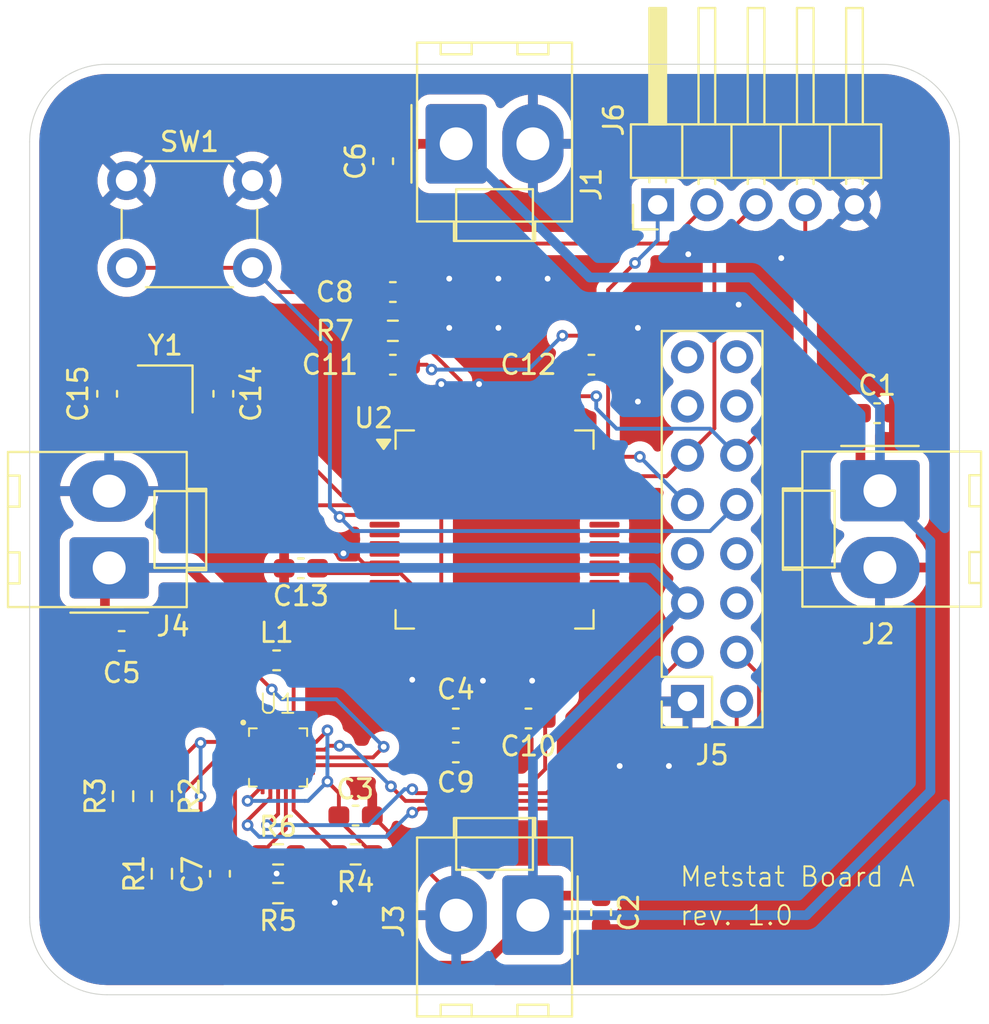
<source format=kicad_pcb>
(kicad_pcb (version 20241229) (generator "pcbnew") (generator_version "9.0")
  (title_block (title "Project METSTAT Main board") (date "2025-08-03") (rev "1.0") (company "MRtecno98"))
  (layers (0 "F.Cu" signal) (2 "B.Cu" signal) (13 "F.Paste" user) (15 "B.Paste" user) (5 "F.SilkS" user "F.Silkscreen") (7 "B.SilkS" user "B.Silkscreen") (1 "F.Mask" user) (3 "B.Mask" user) (25 "Edge.Cuts" user))
  (net 0 "")
  (net 1 "GND")
  (net 2 "SOL")
  (net 3 "/Power Supply/STORE")
  (net 4 "+3V3")
  (net 5 "Net-(U1-MPP_REF)")
  (net 6 "NRST")
  (net 7 "/MCU/OSC_IN")
  (net 8 "/MCU/OSC_OUT")
  (net 9 "Net-(U1-IN_LV)")
  (net 10 "Net-(U1-MPP)")
  (net 11 "Net-(U1-MPP_SET)")
  (net 12 "Net-(U1-UVP)")
  (net 13 "Net-(U1-EOC)")
  (net 14 "/MCU/BOOT0")
  (net 16 "~{BATT_CON}")
  (net 17 "BATT")
  (net 19 "~{BATT_CHG}")
  (net 34 "SWCLK")
  (net 41 "SWDIO")
  (footprint "Connector_Molex:Molex_KK-396_A-41791-0002_1x02_P3.96mm_Vertical" (layer "F.Cu") (at 151.98 119.895 180)
    (property "Reference" "J3" (at 7.18 -0.305 90) (layer "F.SilkS"))
    (property "Value" "Panel 3")
    (pad "1" thru_hole roundrect (at 0 0 180) (size 3.16 4.1) (drill 1.7) (layers "*.Cu" "*.Mask") (roundrect_rratio 0.079114) (net 2 "SOL"))
    (pad "2" thru_hole oval (at 3.96 0 180) (size 3.16 4.1) (drill 1.7) (layers "*.Cu" "*.Mask") (net 1 "GND"))
  )
  (footprint "Connector_Molex:Molex_KK-396_A-41791-0002_1x02_P3.96mm_Vertical" (layer "F.Cu") (at 148.02 80.105)
    (property "Reference" "J1" (at 6.98 2.095 90) (layer "F.SilkS"))
    (property "Value" "Panel 1")
    (pad "1" thru_hole roundrect (at 0 0) (size 3.16 4.1) (drill 1.7) (layers "*.Cu" "*.Mask") (roundrect_rratio 0.079114) (net 2 "SOL"))
    (pad "2" thru_hole oval (at 3.96 0) (size 3.16 4.1) (drill 1.7) (layers "*.Cu" "*.Mask") (net 1 "GND"))
  )
  (footprint "Capacitor_SMD:C_0603_1608Metric_Pad1.08x0.95mm_HandSolder" (layer "F.Cu") (at 151.75 109.75 180)
    (property "Reference" "C10" (at 0 -1.43 0) (layer "F.SilkS"))
    (property "Value" "100nF")
    (pad "1" smd roundrect (at -0.8625 0 180) (size 1.075 0.95) (layers "F.Cu" "F.Mask" "F.Paste") (net 4 "+3V3"))
    (pad "2" smd roundrect (at 0.8625 0 180) (size 1.075 0.95) (layers "F.Cu" "F.Mask" "F.Paste") (net 1 "GND"))
  )
  (footprint "Resistor_SMD:R_0603_1608Metric_Pad0.98x0.95mm_HandSolder" (layer "F.Cu") (at 142.825998 116.758233 180)
    (property "Reference" "R4" (at 0 -1.43 0) (layer "F.SilkS"))
    (property "Value" "R_US")
    (pad "1" smd roundrect (at -0.9125 0 180) (size 0.975 0.95) (layers "F.Cu" "F.Mask" "F.Paste") (net 3 "/Power Supply/STORE"))
    (pad "2" smd roundrect (at 0.9125 0 180) (size 0.975 0.95) (layers "F.Cu" "F.Mask" "F.Paste") (net 12 "Net-(U1-UVP)"))
  )
  (footprint "Capacitor_SMD:C_0603_1608Metric_Pad1.08x0.95mm_HandSolder" (layer "F.Cu") (at 130 93 90)
    (property "Reference" "C15" (at 0 -1.5 90) (layer "F.SilkS"))
    (property "Value" "0.1uF")
    (pad "1" smd roundrect (at -0.8625 0 90) (size 1.075 0.95) (layers "F.Cu" "F.Mask" "F.Paste") (net 8 "/MCU/OSC_OUT"))
    (pad "2" smd roundrect (at 0.8625 0 90) (size 1.075 0.95) (layers "F.Cu" "F.Mask" "F.Paste") (net 1 "GND"))
  )
  (footprint "Capacitor_SMD:C_0603_1608Metric_Pad1.08x0.95mm_HandSolder" (layer "F.Cu") (at 144.75 91.5 180)
    (property "Reference" "C11" (at 3.25 0 0) (layer "F.SilkS"))
    (property "Value" "100nF")
    (pad "1" smd roundrect (at -0.8625 0 180) (size 1.075 0.95) (layers "F.Cu" "F.Mask" "F.Paste") (net 4 "+3V3"))
    (pad "2" smd roundrect (at 0.8625 0 180) (size 1.075 0.95) (layers "F.Cu" "F.Mask" "F.Paste") (net 1 "GND"))
  )
  (footprint "Button_Switch_THT:SW_PUSH_6mm_H5mm" (layer "F.Cu") (at 131 82)
    (property "Reference" "SW1" (at 3.25 -2 0) (layer "F.SilkS"))
    (property "Value" "SW_Push")
    (pad "1" thru_hole circle (at 0 0 90) (size 2 2) (drill 1.1) (layers "*.Cu" "*.Mask") (net 1 "GND"))
    (pad "1" thru_hole circle (at 6.5 0 90) (size 2 2) (drill 1.1) (layers "*.Cu" "*.Mask") (net 1 "GND"))
    (pad "2" thru_hole circle (at 0 4.5 90) (size 2 2) (drill 1.1) (layers "*.Cu" "*.Mask") (net 6 "NRST"))
    (pad "2" thru_hole circle (at 6.5 4.5 90) (size 2 2) (drill 1.1) (layers "*.Cu" "*.Mask") (net 6 "NRST"))
  )
  (footprint "Resistor_SMD:R_0603_1608Metric_Pad0.98x0.95mm_HandSolder" (layer "F.Cu") (at 132.825998 117.758233 90)
    (property "Reference" "R1" (at 0 -1.43 90) (layer "F.SilkS"))
    (property "Value" "R_US")
    (pad "1" smd roundrect (at -0.9125 0 90) (size 0.975 0.95) (layers "F.Cu" "F.Mask" "F.Paste") (net 2 "SOL"))
    (pad "2" smd roundrect (at 0.9125 0 90) (size 0.975 0.95) (layers "F.Cu" "F.Mask" "F.Paste") (net 10 "Net-(U1-MPP)"))
  )
  (footprint "Connector_PinSocket_2.54mm:PinSocket_2x08_P2.54mm_Vertical" (layer "F.Cu") (at 159.96 108.87 180)
    (property "Reference" "J5" (at -1.27 -2.77 0) (layer "F.SilkS"))
    (property "Value" "Interboard")
    (pad "1" thru_hole rect (at 0 0 180) (size 1.7 1.7) (drill 1) (layers "*.Cu" "*.Mask") (net 1 "GND"))
    (pad "2" thru_hole circle (at -2.54 0 180) (size 1.7 1.7) (drill 1) (layers "*.Cu" "*.Mask") (net 17 "BATT"))
    (pad "3" thru_hole circle (at 0 2.54 180) (size 1.7 1.7) (drill 1) (layers "*.Cu" "*.Mask") (net 16 "~{BATT_CON}"))
    (pad "4" thru_hole circle (at -2.54 2.54 180) (size 1.7 1.7) (drill 1) (layers "*.Cu" "*.Mask") (net 19 "~{BATT_CHG}"))
    (pad "5" thru_hole circle (at 0 5.08 180) (size 1.7 1.7) (drill 1) (layers "*.Cu" "*.Mask") (net 2 "SOL"))
    (pad "6" thru_hole circle (at -2.54 5.08 180) (size 1.7 1.7) (drill 1) (layers "*.Cu" "*.Mask"))
    (pad "7" thru_hole circle (at 0 7.62 180) (size 1.7 1.7) (drill 1) (layers "*.Cu" "*.Mask"))
    (pad "8" thru_hole circle (at -2.54 7.62 180) (size 1.7 1.7) (drill 1) (layers "*.Cu" "*.Mask"))
    (pad "9" thru_hole circle (at 0 10.16 180) (size 1.7 1.7) (drill 1) (layers "*.Cu" "*.Mask") (net 4 "+3V3"))
    (pad "10" thru_hole circle (at -2.54 10.16 180) (size 1.7 1.7) (drill 1) (layers "*.Cu" "*.Mask") (net 6 "NRST"))
    (pad "11" thru_hole circle (at 0 12.7 180) (size 1.7 1.7) (drill 1) (layers "*.Cu" "*.Mask") (net 41 "SWDIO"))
    (pad "12" thru_hole circle (at -2.54 12.7 180) (size 1.7 1.7) (drill 1) (layers "*.Cu" "*.Mask") (net 34 "SWCLK"))
    (pad "13" thru_hole circle (at 0 15.24 180) (size 1.7 1.7) (drill 1) (layers "*.Cu" "*.Mask"))
    (pad "14" thru_hole circle (at -2.54 15.24 180) (size 1.7 1.7) (drill 1) (layers "*.Cu" "*.Mask"))
    (pad "15" thru_hole circle (at 0 17.78 180) (size 1.7 1.7) (drill 1) (layers "*.Cu" "*.Mask"))
    (pad "16" thru_hole circle (at -2.54 17.78 180) (size 1.7 1.7) (drill 1) (layers "*.Cu" "*.Mask"))
  )
  (footprint "Capacitor_SMD:C_0603_1608Metric_Pad1.08x0.95mm_HandSolder" (layer "F.Cu") (at 136 93 -90)
    (property "Reference" "C14" (at 0 -1.43 90) (layer "F.SilkS"))
    (property "Value" "0.1uF")
    (pad "1" smd roundrect (at -0.8625 0 270) (size 1.075 0.95) (layers "F.Cu" "F.Mask" "F.Paste") (net 7 "/MCU/OSC_IN"))
    (pad "2" smd roundrect (at 0.8625 0 270) (size 1.075 0.95) (layers "F.Cu" "F.Mask" "F.Paste") (net 1 "GND"))
  )
  (footprint "Connector_Molex:Molex_KK-396_A-41791-0002_1x02_P3.96mm_Vertical" (layer "F.Cu") (at 130.105 101.98 90)
    (property "Reference" "J4" (at -3.02 3.295 180) (layer "F.SilkS"))
    (property "Value" "Panel 4")
    (pad "1" thru_hole roundrect (at 0 0 90) (size 3.16 4.1) (drill 1.7) (layers "*.Cu" "*.Mask") (roundrect_rratio 0.079114) (net 2 "SOL"))
    (pad "2" thru_hole oval (at 3.96 0 90) (size 3.16 4.1) (drill 1.7) (layers "*.Cu" "*.Mask") (net 1 "GND"))
  )
  (footprint "Connector_PinHeader_2.54mm:PinHeader_1x05_P2.54mm_Horizontal" (layer "F.Cu") (at 158.42 83.25 90)
    (property "Reference" "J6" (at 4.385 -2.27 90) (layer "F.SilkS"))
    (property "Value" "Debug")
    (pad "1" thru_hole rect (at 0 0 90) (size 1.7 1.7) (drill 1) (layers "*.Cu" "*.Mask") (net 4 "+3V3"))
    (pad "2" thru_hole circle (at 0 2.54 90) (size 1.7 1.7) (drill 1) (layers "*.Cu" "*.Mask") (net 6 "NRST"))
    (pad "3" thru_hole circle (at 0 5.08 90) (size 1.7 1.7) (drill 1) (layers "*.Cu" "*.Mask") (net 41 "SWDIO"))
    (pad "4" thru_hole circle (at 0 7.62 90) (size 1.7 1.7) (drill 1) (layers "*.Cu" "*.Mask") (net 34 "SWCLK"))
    (pad "5" thru_hole circle (at 0 10.16 90) (size 1.7 1.7) (drill 1) (layers "*.Cu" "*.Mask") (net 1 "GND"))
  )
  (footprint "Capacitor_SMD:C_0603_1608Metric_Pad1.08x0.95mm_HandSolder" (layer "F.Cu") (at 169.75 94)
    (property "Reference" "C1" (at 0 -1.43 0) (layer "F.SilkS"))
    (property "Value" "4.7uF")
    (pad "1" smd roundrect (at -0.8625 0) (size 1.075 0.95) (layers "F.Cu" "F.Mask" "F.Paste") (net 2 "SOL"))
    (pad "2" smd roundrect (at 0.8625 0) (size 1.075 0.95) (layers "F.Cu" "F.Mask" "F.Paste") (net 1 "GND"))
  )
  (footprint "tclib:SPV1050" (layer "F.Cu") (at 138.825998 111.758233)
    (property "Reference" "U1" (at -0.025998 -2.758233 0) (layer "F.SilkS") (effects (font (thickness 0.1))))
    (property "Value" "~")
    (pad "1" smd roundrect (at -1.5 -0.8 180) (size 0.8 0.2) (layers "F.Cu" "F.Mask" "F.Paste") (net 10 "Net-(U1-MPP)"))
    (pad "2" smd roundrect (at -1.5 -0.4 180) (size 0.8 0.2) (layers "F.Cu" "F.Mask" "F.Paste") (net 11 "Net-(U1-MPP_SET)"))
    (pad "3" smd roundrect (at -1.5 0 180) (size 0.8 0.2) (layers "F.Cu" "F.Mask" "F.Paste") (net 5 "Net-(U1-MPP_REF)"))
    (pad "4" smd roundrect (at -1.5 0.4 180) (size 0.8 0.2) (layers "F.Cu" "F.Mask" "F.Paste") (net 1 "GND"))
    (pad "5" smd roundrect (at -1.5 0.8 180) (size 0.8 0.2) (layers "F.Cu" "F.Mask" "F.Paste") (net 1 "GND"))
    (pad "6" smd roundrect (at -0.8 1.5 90) (size 0.8 0.2) (layers "F.Cu" "F.Mask" "F.Paste") (net 3 "/Power Supply/STORE"))
    (pad "7" smd roundrect (at -0.4 1.5 90) (size 0.8 0.2) (layers "F.Cu" "F.Mask" "F.Paste") (net 19 "~{BATT_CHG}"))
    (pad "8" smd roundrect (at 0 1.5 90) (size 0.8 0.2) (layers "F.Cu" "F.Mask" "F.Paste") (net 16 "~{BATT_CON}"))
    (pad "9" smd roundrect (at 0.4 1.5 90) (size 0.8 0.2) (layers "F.Cu" "F.Mask" "F.Paste") (net 13 "Net-(U1-EOC)"))
    (pad "10" smd roundrect (at 0.8 1.5 90) (size 0.8 0.2) (layers "F.Cu" "F.Mask" "F.Paste") (net 12 "Net-(U1-UVP)"))
    (pad "11" smd roundrect (at 1.5 0.8) (size 0.8 0.2) (layers "F.Cu" "F.Mask" "F.Paste"))
    (pad "12" smd roundrect (at 1.5 0.4) (size 0.8 0.2) (layers "F.Cu" "F.Mask" "F.Paste") (net 4 "+3V3"))
    (pad "13" smd roundrect (at 1.5 0) (size 0.8 0.2) (layers "F.Cu" "F.Mask" "F.Paste") (net 2 "SOL"))
    (pad "14" smd roundrect (at 1.5 -0.4) (size 0.8 0.2) (layers "F.Cu" "F.Mask" "F.Paste") (net 17 "BATT"))
    (pad "15" smd roundrect (at 1.5 -0.8) (size 0.8 0.2) (layers "F.Cu" "F.Mask" "F.Paste") (net 3 "/Power Supply/STORE"))
    (pad "16" smd roundrect (at 0.8 -1.5 90) (size 0.8 0.2) (layers "F.Cu" "F.Mask" "F.Paste") (net 9 "Net-(U1-IN_LV)"))
    (pad "17" smd roundrect (at 0.4 -1.5 90) (size 0.8 0.2) (layers "F.Cu" "F.Mask" "F.Paste"))
    (pad "18" smd roundrect (at 0 -1.5 90) (size 0.8 0.2) (layers "F.Cu" "F.Mask" "F.Paste") (net 1 "GND"))
    (pad "19" smd roundrect (at -0.4 -1.5 90) (size 0.8 0.2) (layers "F.Cu" "F.Mask" "F.Paste") (net 1 "GND"))
    (pad "20" smd roundrect (at -0.8 -1.5 90) (size 0.8 0.2) (layers "F.Cu" "F.Mask" "F.Paste") (net 1 "GND"))
    (pad "EP" smd rect (at 0 0) (size 1.75 1.75) (layers "F.Cu" "F.Mask" "F.Paste") (net 1 "GND"))
  )
  (footprint "Connector_Molex:Molex_KK-396_A-41791-0002_1x02_P3.96mm_Vertical" (layer "F.Cu") (at 169.895 98 -90)
    (property "Reference" "J2" (at 7.4 0.095 180) (layer "F.SilkS"))
    (property "Value" "Panel 2")
    (pad "1" thru_hole roundrect (at 0 0 270) (size 3.16 4.1) (drill 1.7) (layers "*.Cu" "*.Mask") (roundrect_rratio 0.079114) (net 2 "SOL"))
    (pad "2" thru_hole oval (at 3.96 0 270) (size 3.16 4.1) (drill 1.7) (layers "*.Cu" "*.Mask") (net 1 "GND"))
  )
  (footprint "Capacitor_SMD:C_0603_1608Metric_Pad1.08x0.95mm_HandSolder" (layer "F.Cu") (at 148 111.5)
    (property "Reference" "C9" (at 0 1.548237 0) (layer "F.SilkS"))
    (property "Value" "4.7uF")
    (pad "1" smd roundrect (at -0.8625 0) (size 1.075 0.95) (layers "F.Cu" "F.Mask" "F.Paste") (net 4 "+3V3"))
    (pad "2" smd roundrect (at 0.8625 0) (size 1.075 0.95) (layers "F.Cu" "F.Mask" "F.Paste") (net 1 "GND"))
  )
  (footprint "Package_QFP:LQFP-64_10x10mm_P0.5mm" (layer "F.Cu") (at 150 100)
    (property "Reference" "U2" (at -6.25 -5.75 0) (layer "F.SilkS"))
    (property "Value" "STM32L4A6RGTx")
    (pad "1" smd roundrect (at -5.675 -3.75) (size 1.55 0.3) (layers "F.Cu" "F.Mask" "F.Paste") (net 4 "+3V3"))
    (pad "2" smd roundrect (at -5.675 -3.25) (size 1.55 0.3) (layers "F.Cu" "F.Mask" "F.Paste"))
    (pad "3" smd roundrect (at -5.675 -2.75) (size 1.55 0.3) (layers "F.Cu" "F.Mask" "F.Paste"))
    (pad "4" smd roundrect (at -5.675 -2.25) (size 1.55 0.3) (layers "F.Cu" "F.Mask" "F.Paste"))
    (pad "5" smd roundrect (at -5.675 -1.75) (size 1.55 0.3) (layers "F.Cu" "F.Mask" "F.Paste") (net 7 "/MCU/OSC_IN"))
    (pad "6" smd roundrect (at -5.675 -1.25) (size 1.55 0.3) (layers "F.Cu" "F.Mask" "F.Paste") (net 8 "/MCU/OSC_OUT"))
    (pad "7" smd roundrect (at -5.675 -0.75) (size 1.55 0.3) (layers "F.Cu" "F.Mask" "F.Paste") (net 6 "NRST"))
    (pad "8" smd roundrect (at -5.675 -0.25) (size 1.55 0.3) (layers "F.Cu" "F.Mask" "F.Paste"))
    (pad "9" smd roundrect (at -5.675 0.25) (size 1.55 0.3) (layers "F.Cu" "F.Mask" "F.Paste"))
    (pad "10" smd roundrect (at -5.675 0.75) (size 1.55 0.3) (layers "F.Cu" "F.Mask" "F.Paste"))
    (pad "11" smd roundrect (at -5.675 1.25) (size 1.55 0.3) (layers "F.Cu" "F.Mask" "F.Paste"))
    (pad "12" smd roundrect (at -5.675 1.75) (size 1.55 0.3) (layers "F.Cu" "F.Mask" "F.Paste") (net 1 "GND"))
    (pad "13" smd roundrect (at -5.675 2.25) (size 1.55 0.3) (layers "F.Cu" "F.Mask" "F.Paste") (net 4 "+3V3"))
    (pad "14" smd roundrect (at -5.675 2.75) (size 1.55 0.3) (layers "F.Cu" "F.Mask" "F.Paste"))
    (pad "15" smd roundrect (at -5.675 3.25) (size 1.55 0.3) (layers "F.Cu" "F.Mask" "F.Paste"))
    (pad "16" smd roundrect (at -5.675 3.75) (size 1.55 0.3) (layers "F.Cu" "F.Mask" "F.Paste"))
    (pad "17" smd roundrect (at -3.75 5.675) (size 0.3 1.55) (layers "F.Cu" "F.Mask" "F.Paste"))
    (pad "18" smd roundrect (at -3.25 5.675) (size 0.3 1.55) (layers "F.Cu" "F.Mask" "F.Paste") (net 1 "GND"))
    (pad "19" smd roundrect (at -2.75 5.675) (size 0.3 1.55) (layers "F.Cu" "F.Mask" "F.Paste") (net 4 "+3V3"))
    (pad "20" smd roundrect (at -2.25 5.675) (size 0.3 1.55) (layers "F.Cu" "F.Mask" "F.Paste"))
    (pad "21" smd roundrect (at -1.75 5.675) (size 0.3 1.55) (layers "F.Cu" "F.Mask" "F.Paste"))
    (pad "22" smd roundrect (at -1.25 5.675) (size 0.3 1.55) (layers "F.Cu" "F.Mask" "F.Paste"))
    (pad "23" smd roundrect (at -0.75 5.675) (size 0.3 1.55) (layers "F.Cu" "F.Mask" "F.Paste"))
    (pad "24" smd roundrect (at -0.25 5.675) (size 0.3 1.55) (layers "F.Cu" "F.Mask" "F.Paste"))
    (pad "25" smd roundrect (at 0.25 5.675) (size 0.3 1.55) (layers "F.Cu" "F.Mask" "F.Paste"))
    (pad "26" smd roundrect (at 0.75 5.675) (size 0.3 1.55) (layers "F.Cu" "F.Mask" "F.Paste"))
    (pad "27" smd roundrect (at 1.25 5.675) (size 0.3 1.55) (layers "F.Cu" "F.Mask" "F.Paste"))
    (pad "28" smd roundrect (at 1.75 5.675) (size 0.3 1.55) (layers "F.Cu" "F.Mask" "F.Paste"))
    (pad "29" smd roundrect (at 2.25 5.675) (size 0.3 1.55) (layers "F.Cu" "F.Mask" "F.Paste"))
    (pad "30" smd roundrect (at 2.75 5.675) (size 0.3 1.55) (layers "F.Cu" "F.Mask" "F.Paste"))
    (pad "31" smd roundrect (at 3.25 5.675) (size 0.3 1.55) (layers "F.Cu" "F.Mask" "F.Paste") (net 1 "GND"))
    (pad "32" smd roundrect (at 3.75 5.675) (size 0.3 1.55) (layers "F.Cu" "F.Mask" "F.Paste") (net 4 "+3V3"))
    (pad "33" smd roundrect (at 5.675 3.75) (size 1.55 0.3) (layers "F.Cu" "F.Mask" "F.Paste"))
    (pad "34" smd roundrect (at 5.675 3.25) (size 1.55 0.3) (layers "F.Cu" "F.Mask" "F.Paste"))
    (pad "35" smd roundrect (at 5.675 2.75) (size 1.55 0.3) (layers "F.Cu" "F.Mask" "F.Paste"))
    (pad "36" smd roundrect (at 5.675 2.25) (size 1.55 0.3) (layers "F.Cu" "F.Mask" "F.Paste"))
    (pad "37" smd roundrect (at 5.675 1.75) (size 1.55 0.3) (layers "F.Cu" "F.Mask" "F.Paste"))
    (pad "38" smd roundrect (at 5.675 1.25) (size 1.55 0.3) (layers "F.Cu" "F.Mask" "F.Paste"))
    (pad "39" smd roundrect (at 5.675 0.75) (size 1.55 0.3) (layers "F.Cu" "F.Mask" "F.Paste"))
    (pad "40" smd roundrect (at 5.675 0.25) (size 1.55 0.3) (layers "F.Cu" "F.Mask" "F.Paste"))
    (pad "41" smd roundrect (at 5.675 -0.25) (size 1.55 0.3) (layers "F.Cu" "F.Mask" "F.Paste"))
    (pad "42" smd roundrect (at 5.675 -0.75) (size 1.55 0.3) (layers "F.Cu" "F.Mask" "F.Paste"))
    (pad "43" smd roundrect (at 5.675 -1.25) (size 1.55 0.3) (layers "F.Cu" "F.Mask" "F.Paste"))
    (pad "44" smd roundrect (at 5.675 -1.75) (size 1.55 0.3) (layers "F.Cu" "F.Mask" "F.Paste"))
    (pad "45" smd roundrect (at 5.675 -2.25) (size 1.55 0.3) (layers "F.Cu" "F.Mask" "F.Paste"))
    (pad "46" smd roundrect (at 5.675 -2.75) (size 1.55 0.3) (layers "F.Cu" "F.Mask" "F.Paste") (net 41 "SWDIO"))
    (pad "47" smd roundrect (at 5.675 -3.25) (size 1.55 0.3) (layers "F.Cu" "F.Mask" "F.Paste") (net 1 "GND"))
    (pad "48" smd roundrect (at 5.675 -3.75) (size 1.55 0.3) (layers "F.Cu" "F.Mask" "F.Paste") (net 4 "+3V3"))
    (pad "49" smd roundrect (at 3.75 -5.675) (size 0.3 1.55) (layers "F.Cu" "F.Mask" "F.Paste") (net 34 "SWCLK"))
    (pad "50" smd roundrect (at 3.25 -5.675) (size 0.3 1.55) (layers "F.Cu" "F.Mask" "F.Paste"))
    (pad "51" smd roundrect (at 2.75 -5.675) (size 0.3 1.55) (layers "F.Cu" "F.Mask" "F.Paste"))
    (pad "52" smd roundrect (at 2.25 -5.675) (size 0.3 1.55) (layers "F.Cu" "F.Mask" "F.Paste"))
    (pad "53" smd roundrect (at 1.75 -5.675) (size 0.3 1.55) (layers "F.Cu" "F.Mask" "F.Paste"))
    (pad "54" smd roundrect (at 1.25 -5.675) (size 0.3 1.55) (layers "F.Cu" "F.Mask" "F.Paste"))
    (pad "55" smd roundrect (at 0.75 -5.675) (size 0.3 1.55) (layers "F.Cu" "F.Mask" "F.Paste"))
    (pad "56" smd roundrect (at 0.25 -5.675) (size 0.3 1.55) (layers "F.Cu" "F.Mask" "F.Paste"))
    (pad "57" smd roundrect (at -0.25 -5.675) (size 0.3 1.55) (layers "F.Cu" "F.Mask" "F.Paste"))
    (pad "58" smd roundrect (at -0.75 -5.675) (size 0.3 1.55) (layers "F.Cu" "F.Mask" "F.Paste"))
    (pad "59" smd roundrect (at -1.25 -5.675) (size 0.3 1.55) (layers "F.Cu" "F.Mask" "F.Paste"))
    (pad "60" smd roundrect (at -1.75 -5.675) (size 0.3 1.55) (layers "F.Cu" "F.Mask" "F.Paste") (net 14 "/MCU/BOOT0"))
    (pad "61" smd roundrect (at -2.25 -5.675) (size 0.3 1.55) (layers "F.Cu" "F.Mask" "F.Paste"))
    (pad "62" smd roundrect (at -2.75 -5.675) (size 0.3 1.55) (layers "F.Cu" "F.Mask" "F.Paste"))
    (pad "63" smd roundrect (at -3.25 -5.675) (size 0.3 1.55) (layers "F.Cu" "F.Mask" "F.Paste") (net 1 "GND"))
    (pad "64" smd roundrect (at -3.75 -5.675) (size 0.3 1.55) (layers "F.Cu" "F.Mask" "F.Paste") (net 4 "+3V3"))
  )
  (footprint "Resistor_SMD:R_0603_1608Metric_Pad0.98x0.95mm_HandSolder" (layer "F.Cu") (at 138.825998 116.758233)
    (property "Reference" "R6" (at 0 -1.43 0) (layer "F.SilkS"))
    (property "Value" "R_US")
    (pad "1" smd roundrect (at -0.9125 0) (size 0.975 0.95) (layers "F.Cu" "F.Mask" "F.Paste") (net 13 "Net-(U1-EOC)"))
    (pad "2" smd roundrect (at 0.9125 0) (size 0.975 0.95) (layers "F.Cu" "F.Mask" "F.Paste") (net 1 "GND"))
  )
  (footprint "Capacitor_SMD:C_0603_1608Metric_Pad1.08x0.95mm_HandSolder" (layer "F.Cu") (at 142.825998 114.758233 180)
    (property "Reference" "C3" (at 0.025998 1.358233 0) (layer "F.SilkS"))
    (property "Value" "47uF")
    (pad "1" smd roundrect (at -0.8625 0 180) (size 1.075 0.95) (layers "F.Cu" "F.Mask" "F.Paste") (net 1 "GND"))
    (pad "2" smd roundrect (at 0.8625 0 180) (size 1.075 0.95) (layers "F.Cu" "F.Mask" "F.Paste") (net 3 "/Power Supply/STORE"))
  )
  (footprint "Capacitor_SMD:C_0603_1608Metric_Pad1.08x0.95mm_HandSolder" (layer "F.Cu") (at 148 109.75 180)
    (property "Reference" "C4" (at 0 1.5 0) (layer "F.SilkS"))
    (property "Value" "100nF")
    (pad "1" smd roundrect (at -0.8625 0 180) (size 1.075 0.95) (layers "F.Cu" "F.Mask" "F.Paste") (net 1 "GND"))
    (pad "2" smd roundrect (at 0.8625 0 180) (size 1.075 0.95) (layers "F.Cu" "F.Mask" "F.Paste") (net 4 "+3V3"))
  )
  (footprint "Resistor_SMD:R_0603_1608Metric_Pad0.98x0.95mm_HandSolder" (layer "F.Cu") (at 138.825998 118.758233 180)
    (property "Reference" "R5" (at 0 -1.43 0) (layer "F.SilkS"))
    (property "Value" "R_US")
    (pad "1" smd roundrect (at -0.9125 0 180) (size 0.975 0.95) (layers "F.Cu" "F.Mask" "F.Paste") (net 12 "Net-(U1-UVP)"))
    (pad "2" smd roundrect (at 0.9125 0 180) (size 0.975 0.95) (layers "F.Cu" "F.Mask" "F.Paste") (net 13 "Net-(U1-EOC)"))
  )
  (footprint "Inductor_SMD:L_0603_1608Metric_Pad1.05x0.95mm_HandSolder" (layer "F.Cu") (at 138.75 106.75)
    (property "Reference" "L1" (at 0 -1.43 0) (layer "F.SilkS"))
    (property "Value" "22uH")
    (pad "1" smd roundrect (at -0.875 0) (size 1.05 0.95) (layers "F.Cu" "F.Mask" "F.Paste") (net 2 "SOL"))
    (pad "2" smd roundrect (at 0.875 0) (size 1.05 0.95) (layers "F.Cu" "F.Mask" "F.Paste") (net 9 "Net-(U1-IN_LV)"))
  )
  (footprint "Capacitor_SMD:C_0603_1608Metric_Pad1.08x0.95mm_HandSolder" (layer "F.Cu") (at 144.25 81 90)
    (property "Reference" "C6" (at 0 -1.43 90) (layer "F.SilkS"))
    (property "Value" "4.7uF")
    (pad "1" smd roundrect (at -0.8625 0 90) (size 1.075 0.95) (layers "F.Cu" "F.Mask" "F.Paste") (net 2 "SOL"))
    (pad "2" smd roundrect (at 0.8625 0 90) (size 1.075 0.95) (layers "F.Cu" "F.Mask" "F.Paste") (net 1 "GND"))
  )
  (footprint "Resistor_SMD:R_0603_1608Metric_Pad0.98x0.95mm_HandSolder" (layer "F.Cu") (at 132.825998 113.758233 -90)
    (property "Reference" "R2" (at 0 -1.43 90) (layer "F.SilkS"))
    (property "Value" "R_US")
    (pad "1" smd roundrect (at -0.9125 0 270) (size 0.975 0.95) (layers "F.Cu" "F.Mask" "F.Paste") (net 10 "Net-(U1-MPP)"))
    (pad "2" smd roundrect (at 0.9125 0 270) (size 0.975 0.95) (layers "F.Cu" "F.Mask" "F.Paste") (net 11 "Net-(U1-MPP_SET)"))
  )
  (footprint "Resistor_SMD:R_0603_1608Metric_Pad0.98x0.95mm_HandSolder" (layer "F.Cu") (at 130.825998 113.758233 90)
    (property "Reference" "R3" (at 0 -1.43 90) (layer "F.SilkS"))
    (property "Value" "R_US")
    (pad "1" smd roundrect (at -0.9125 0 90) (size 0.975 0.95) (layers "F.Cu" "F.Mask" "F.Paste") (net 11 "Net-(U1-MPP_SET)"))
    (pad "2" smd roundrect (at 0.9125 0 90) (size 0.975 0.95) (layers "F.Cu" "F.Mask" "F.Paste") (net 1 "GND"))
  )
  (footprint "Resistor_SMD:R_0603_1608Metric_Pad0.98x0.95mm_HandSolder" (layer "F.Cu") (at 144.75 89.75 180)
    (property "Reference" "R7" (at 3 0 0) (layer "F.SilkS"))
    (property "Value" "R_US")
    (pad "1" smd roundrect (at -0.9125 0 180) (size 0.975 0.95) (layers "F.Cu" "F.Mask" "F.Paste") (net 14 "/MCU/BOOT0"))
    (pad "2" smd roundrect (at 0.9125 0 180) (size 0.975 0.95) (layers "F.Cu" "F.Mask" "F.Paste") (net 1 "GND"))
  )
  (footprint "Capacitor_SMD:C_0603_1608Metric_Pad1.08x0.95mm_HandSolder" (layer "F.Cu") (at 130.75 105.75)
    (property "Reference" "C5" (at 0 1.65 0) (layer "F.SilkS"))
    (property "Value" "4.7uF")
    (pad "1" smd roundrect (at -0.8625 0) (size 1.075 0.95) (layers "F.Cu" "F.Mask" "F.Paste") (net 2 "SOL"))
    (pad "2" smd roundrect (at 0.8625 0) (size 1.075 0.95) (layers "F.Cu" "F.Mask" "F.Paste") (net 1 "GND"))
  )
  (footprint "Capacitor_SMD:C_0603_1608Metric_Pad1.08x0.95mm_HandSolder" (layer "F.Cu") (at 144.75 87.75)
    (property "Reference" "C8" (at -3 0 0) (layer "F.SilkS"))
    (property "Value" "0.1uF")
    (pad "1" smd roundrect (at -0.8625 0) (size 1.075 0.95) (layers "F.Cu" "F.Mask" "F.Paste") (net 6 "NRST"))
    (pad "2" smd roundrect (at 0.8625 0) (size 1.075 0.95) (layers "F.Cu" "F.Mask" "F.Paste") (net 1 "GND"))
  )
  (footprint "Crystal:Crystal_SMD_2016-4Pin_2.0x1.6mm" (layer "F.Cu") (at 133 92.75 180)
    (property "Reference" "Y1" (at 0 2.25 0) (layer "F.SilkS"))
    (property "Value" "48MHz")
    (pad "1" smd roundrect (at -0.7 0.55 180) (size 0.9 0.8) (layers "F.Cu" "F.Mask" "F.Paste") (net 7 "/MCU/OSC_IN"))
    (pad "2" smd roundrect (at 0.7 0.55 180) (size 0.9 0.8) (layers "F.Cu" "F.Mask" "F.Paste") (net 1 "GND"))
    (pad "3" smd roundrect (at 0.7 -0.55 180) (size 0.9 0.8) (layers "F.Cu" "F.Mask" "F.Paste") (net 8 "/MCU/OSC_OUT"))
    (pad "4" smd roundrect (at -0.7 -0.55 180) (size 0.9 0.8) (layers "F.Cu" "F.Mask" "F.Paste") (net 1 "GND"))
  )
  (footprint "Capacitor_SMD:C_0603_1608Metric_Pad1.08x0.95mm_HandSolder" (layer "F.Cu") (at 135.825998 117.758233 -90)
    (property "Reference" "C7" (at 0.041767 1.425998 90) (layer "F.SilkS"))
    (property "Value" "10nF")
    (pad "1" smd roundrect (at -0.8625 0 270) (size 1.075 0.95) (layers "F.Cu" "F.Mask" "F.Paste") (net 5 "Net-(U1-MPP_REF)"))
    (pad "2" smd roundrect (at 0.8625 0 270) (size 1.075 0.95) (layers "F.Cu" "F.Mask" "F.Paste") (net 1 "GND"))
  )
  (footprint "Capacitor_SMD:C_0603_1608Metric_Pad1.08x0.95mm_HandSolder" (layer "F.Cu") (at 155 91.5 180)
    (property "Reference" "C12" (at 3.25 0 0) (layer "F.SilkS"))
    (property "Value" "100nF")
    (pad "1" smd roundrect (at -0.8625 0 180) (size 1.075 0.95) (layers "F.Cu" "F.Mask" "F.Paste") (net 4 "+3V3"))
    (pad "2" smd roundrect (at 0.8625 0 180) (size 1.075 0.95) (layers "F.Cu" "F.Mask" "F.Paste") (net 1 "GND"))
  )
  (footprint "Capacitor_SMD:C_0603_1608Metric_Pad1.08x0.95mm_HandSolder" (layer "F.Cu") (at 140 102 180)
    (property "Reference" "C13" (at 0 -1.43 0) (layer "F.SilkS"))
    (property "Value" "100nF")
    (pad "1" smd roundrect (at -0.8625 0 180) (size 1.075 0.95) (layers "F.Cu" "F.Mask" "F.Paste") (net 4 "+3V3"))
    (pad "2" smd roundrect (at 0.8625 0 180) (size 1.075 0.95) (layers "F.Cu" "F.Mask" "F.Paste") (net 1 "GND"))
  )
  (footprint "Capacitor_SMD:C_0603_1608Metric_Pad1.08x0.95mm_HandSolder" (layer "F.Cu") (at 155.5 119.75 -90)
    (property "Reference" "C2" (at 0 -1.43 90) (layer "F.SilkS"))
    (property "Value" "4.7uF")
    (pad "1" smd roundrect (at -0.8625 0 270) (size 1.075 0.95) (layers "F.Cu" "F.Mask" "F.Paste") (net 2 "SOL"))
    (pad "2" smd roundrect (at 0.8625 0 270) (size 1.075 0.95) (layers "F.Cu" "F.Mask" "F.Paste") (net 1 "GND"))
  )
  (gr_line (start 174 80) (end 174 120) (stroke (width 0.05)) (layer "Edge.Cuts"))
  (gr_arc (start 126 80) (mid 127.171573 77.171573) (end 130 76) (stroke (width 0.05)) (layer "Edge.Cuts"))
  (gr_arc (start 174 120) (mid 172.828427 122.828427) (end 170 124) (stroke (width 0.05)) (layer "Edge.Cuts"))
  (gr_arc (start 170 76) (mid 172.828427 77.171573) (end 174 80) (stroke (width 0.05)) (layer "Edge.Cuts"))
  (gr_line (start 130 76) (end 170 76) (stroke (width 0.05)) (layer "Edge.Cuts"))
  (gr_line (start 170 124) (end 130 124) (stroke (width 0.05)) (layer "Edge.Cuts"))
  (gr_line (start 126 120) (end 126 80) (stroke (width 0.05)) (layer "Edge.Cuts"))
  (gr_arc (start 130 124) (mid 127.171573 122.828427) (end 126 120) (stroke (width 0.05)) (layer "Edge.Cuts"))
  (gr_text "Metstat Board A" (at 159.5 118.5 0) (layer "F.SilkS") (effects (font (size 1 1) (thickness 0.1)) (justify left bottom)))
  (gr_text "rev. 1.0" (at 159.5 120.5 0) (layer "F.SilkS") (effects (font (size 1 1) (thickness 0.1)) (justify left bottom)))
  (segment (start 146.75 94.325) (end 146.75 93) (width 0.2) (layer "F.Cu") (net 1))
  (segment (start 133.464064 93.3) (end 133.7 93.3) (width 0.2) (layer "F.Cu") (net 1))
  (segment (start 146.75 106.75) (end 145.75 107.75) (width 0.2) (layer "F.Cu") (net 1))
  (segment (start 146.97 87.75) (end 147.66 87.06) (width 0.2) (layer "F.Cu") (net 1))
  (segment (start 138.425998 111.358233) (end 138.825998 111.758233) (width 0.2) (layer "F.Cu") (net 1))
  (segment (start 135.4375 93.3) (end 136 93.8625) (width 0.2) (layer "F.Cu") (net 1))
  (segment (start 135.825998 118.620733) (end 136.601998 117.844733) (width 0.2) (layer "F.Cu") (net 1))
  (segment (start 145.6125 87.75) (end 146.97 87.75) (width 0.2) (layer "F.Cu") (net 1))
  (segment (start 138.75 117.75) (end 138.75 117.746731) (width 0.2) (layer "F.Cu") (net 1))
  (segment (start 146.75 95.133824) (end 146.75 94.325) (width 0.2) (layer "F.Cu") (net 1))
  (segment (start 132.3 92.2) (end 130.0625 92.2) (width 0.2) (layer "F.Cu") (net 1))
  (segment (start 143.25 101.75) (end 144.325 101.75) (width 0.2) (layer "F.Cu") (net 1))
  (segment (start 143.8375 91.45) (end 143.8875 91.5) (width 0.2) (layer "F.Cu") (net 1))
  (segment (start 153.25 105.675) (end 153.25 101.633824) (width 0.2) (layer "F.Cu") (net 1))
  (segment (start 138.425998 110.258233) (end 138.425998 111.358233) (width 0.2) (layer "F.Cu") (net 1))
  (segment (start 153.25 105.675) (end 153.25 107.3875) (width 0.2) (layer "F.Cu") (net 1))
  (segment (start 143.8375 89.75) (end 143.8375 89.525) (width 0.2) (layer "F.Cu") (net 1))
  (segment (start 138.025998 110.258233) (end 138.425998 110.258233) (width 0.2) (layer "F.Cu") (net 1))
  (segment (start 142.73 101.23) (end 143.25 101.75) (width 0.2) (layer "F.Cu") (net 1))
  (segment (start 143.8375 89.525) (end 145.6125 87.75) (width 0.2) (layer "F.Cu") (net 1))
  (segment (start 155.675 96.75) (end 148.366176 96.75) (width 0.2) (layer "F.Cu") (net 1))
  (segment (start 143.688498 114.758233) (end 148.02 119.089735) (width 0.2) (layer "F.Cu") (net 1))
  (segment (start 143.8375 89.75) (end 143.8375 91.45) (width 0.2) (layer "F.Cu") (net 1))
  (segment (start 133.7 93.3) (end 135.4375 93.3) (width 0.2) (layer "F.Cu") (net 1))
  (segment (start 138.425998 110.258233) (end 138.825998 110.258233) (width 0.2) (layer "F.Cu") (net 1))
  (segment (start 138.75 117.746731) (end 139.738498 116.758233) (width 0.2) (layer "F.Cu") (net 1))
  (segment (start 148.02 119.089735) (end 148.02 119.895) (width 0.2) (layer "F.Cu") (net 1))
  (segment (start 138.425998 112.158233) (end 138.825998 111.758233) (width 0.2) (layer "F.Cu") (net 1))
  (segment (start 142.2 101.23) (end 142.73 101.23) (width 0.2) (layer "F.Cu") (net 1))
  (segment (start 152.7 92.5) (end 153.7 91.5) (width 0.2) (layer "F.Cu") (net 1))
  (segment (start 136.841767 112.158233) (end 137.325998 112.158233) (width 0.2) (layer "F.Cu") (net 1))
  (segment (start 153.25 107.3875) (end 150.8875 109.75) (width 0.2) (layer "F.Cu") (net 1))
  (segment (start 146.75 93) (end 147.25 92.5) (width 0.2) (layer "F.Cu") (net 1))
  (segment (start 153.7 91.5) (end 154.1375 91.5) (width 0.2) (layer "F.Cu") (net 1))
  (segment (start 149.2 92.5) (end 152.7 92.5) (width 0.2) (layer "F.Cu") (net 1))
  (segment (start 132.364064 92.2) (end 133.464064 93.3) (width 0.2) (layer "F.Cu") (net 1))
  (segment (start 130.0625 92.2) (end 130 92.1375) (width 0.2) (layer "F.Cu") (net 1))
  (segment (start 136.98588 112.558233) (end 137.325998 112.558233) (width 0.2) (layer "F.Cu") (net 1))
  (segment (start 148.366176 96.75) (end 146.75 95.133824) (width 0.2) (layer "F.Cu") (net 1))
  (segment (start 153.25 101.633824) (end 146.75 95.133824) (width 0.2) (layer "F.Cu") (net 1))
  (segment (start 136.601998 117.844733) (end 136.601998 112.398002) (width 0.2) (layer "F.Cu") (net 1))
  (segment (start 136.601998 112.398002) (end 136.841767 112.158233) (width 0.2) (layer "F.Cu") (net 1))
  (segment (start 146.75 105.675) (end 146.75 106.75) (width 0.2) (layer "F.Cu") (net 1))
  (segment (start 136.601998 112.942115) (end 136.98588 112.558233) (width 0.2) (layer "F.Cu") (net 1))
  (segment (start 137.325998 112.158233) (end 138.425998 112.158233) (width 0.2) (layer "F.Cu") (net 1))
  (segment (start 132.3 92.2) (end 132.364064 92.2) (width 0.2) (layer "F.Cu") (net 1))
  (via (at 151.94 107.8) (size 0.6) (drill 0.3) (layers "F.Cu" "B.Cu") (net 1))
  (via (at 138.75 117.75) (size 0.6) (drill 0.3) (layers "F.Cu" "B.Cu") (net 1))
  (via (at 164.8 86) (size 0.6) (drill 0.3) (layers "F.Cu" "B.Cu") (net 1))
  (via (at 157.4 89.6) (size 0.6) (drill 0.3) (layers "F.Cu" "B.Cu") (net 1))
  (via (at 162.6 88.4) (size 0.6) (drill 0.3) (layers "F.Cu" "B.Cu") (net 1))
  (via (at 141.75 119.25) (size 0.6) (drill 0.3) (layers "F.Cu" "B.Cu") (net 1))
  (via (at 147.66 89.6) (size 0.6) (drill 0.3) (layers "F.Cu" "B.Cu") (net 1))
  (via (at 149.2 92.5) (size 0.6) (drill 0.3) (layers "F.Cu" "B.Cu") (net 1))
  (via (at 160 85.8) (size 0.6) (drill 0.3) (layers "F.Cu" "B.Cu") (net 1))
  (via (at 152.74 87.06) (size 0.6) (drill 0.3) (layers "F.Cu" "B.Cu") (net 1))
  (via (at 142.2 101.23) (size 0.6) (drill 0.3) (layers "F.Cu" "B.Cu") (net 1))
  (via (at 156.46 112.2) (size 0.6) (drill 0.3) (layers "F.Cu" "B.Cu") (net 1))
  (via (at 159 112.2) (size 0.6) (drill 0.3) (layers "F.Cu" "B.Cu") (net 1))
  (via (at 147.66 87.06) (size 0.6) (drill 0.3) (layers "F.Cu" "B.Cu") (net 1))
  (via (at 150.2 89.6) (size 0.6) (drill 0.3) (layers "F.Cu" "B.Cu") (net 1))
  (via (at 157.4 93.4) (size 0.6) (drill 0.3) (layers "F.Cu" "B.Cu") (net 1))
  (via (at 150.2 87.06) (size 0.6) (drill 0.3) (layers "F.Cu" "B.Cu") (net 1))
  (via (at 149.4 107.8) (size 0.6) (drill 0.3) (layers "F.Cu" "B.Cu") (net 1))
  (via (at 145.75 107.75) (size 0.6) (drill 0.3) (layers "F.Cu" "B.Cu") (net 1))
  (via (at 147.25 92.5) (size 0.6) (drill 0.3) (layers "F.Cu" "B.Cu") (net 1))
  (segment (start 141.75 119.25) (end 141.75 118.5) (width 0.2) (layer "B.Cu") (net 1))
  (segment (start 141.25 118) (end 139 118) (width 0.2) (layer "B.Cu") (net 1))
  (segment (start 141.75 118.5) (end 141.25 118) (width 0.2) (layer "B.Cu") (net 1))
  (segment (start 139 118) (end 138.75 117.75) (width 0.2) (layer "B.Cu") (net 1))
  (segment (start 149.2 92.5) (end 147.25 92.5) (width 0.2) (layer "B.Cu") (net 1))
  (segment (start 129.8875 105.75) (end 129.8875 102.1975) (width 0.5) (layer "F.Cu") (net 2))
  (segment (start 137.875 107.625) (end 137.875 106.75) (width 0.2) (layer "F.Cu") (net 2))
  (segment (start 138.5 108.25) (end 137.875 107.625) (width 0.2) (layer "F.Cu") (net 2))
  (segment (start 152.9875 118.8875) (end 151.98 119.895) (width 0.5) (layer "F.Cu") (net 2))
  (segment (start 140.325998 111.758233) (end 143.727468 111.758233) (width 0.2) (layer "F.Cu") (net 2))
  (segment (start 137.875 105.625) (end 137.875 106.75) (width 0.5) (layer "F.Cu") (net 2))
  (segment (start 149.375 122.5) (end 136.655265 122.5) (width 0.5) (layer "F.Cu") (net 2))
  (segment (start 130.105 101.98) (end 134.23 101.98) (width 0.5) (layer "F.Cu") (net 2))
  (segment (start 136.655265 122.5) (end 132.825998 118.670733) (width 0.5) (layer "F.Cu") (net 2))
  (segment (start 168.8875 94) (end 168.8875 96.9925) (width 0.5) (layer "F.Cu") (net 2))
  (segment (start 148.02 80.105) (end 146.0075 80.105) (width 0.5) (layer "F.Cu") (net 2))
  (segment (start 146.0075 80.105) (end 144.25 81.8625) (width 0.5) (layer "F.Cu") (net 2))
  (segment (start 168.8875 96.9925) (end 169.895 98) (width 0.5) (layer "F.Cu") (net 2))
  (segment (start 129.8875 102.1975) (end 130.105 101.98) (width 0.5) (layer "F.Cu") (net 2))
  (segment (start 155.5 118.8875) (end 152.9875 118.8875) (width 0.5) (layer "F.Cu") (net 2))
  (segment (start 151.98 119.895) (end 149.375 122.5) (width 0.5) (layer "F.Cu") (net 2))
  (segment (start 134.23 101.98) (end 137.875 105.625) (width 0.5) (layer "F.Cu") (net 2))
  (segment (start 137.825998 106.799002) (end 137.875 106.75) (width 0.5) (layer "F.Cu") (net 2))
  (segment (start 143.727468 111.758233) (end 144.276733 111.208968) (width 0.2) (layer "F.Cu") (net 2))
  (via (at 144.276733 111.208968) (size 0.6) (drill 0.3) (layers "F.Cu" "B.Cu") (net 2))
  (via (at 138.5 108.25) (size 0.6) (drill 0.3) (layers "F.Cu" "B.Cu") (net 2))
  (segment (start 166.105 119.895) (end 151.98 119.895) (width 0.5) (layer "B.Cu") (net 2))
  (segment (start 163.25 87) (end 154.915 87) (width 0.5) (layer "B.Cu") (net 2))
  (segment (start 172.5 113.5) (end 166.105 119.895) (width 0.5) (layer "B.Cu") (net 2))
  (segment (start 151.98 111.77) (end 159.96 103.79) (width 0.5) (layer "B.Cu") (net 2))
  (segment (start 151.98 119.895) (end 151.98 111.77) (width 0.5) (layer "B.Cu") (net 2))
  (segment (start 159.96 103.79) (end 158.15 101.98) (width 0.5) (layer "B.Cu") (net 2))
  (segment (start 158.15 101.98) (end 130.105 101.98) (width 0.5) (layer "B.Cu") (net 2))
  (segment (start 169.895 98) (end 172.5 100.605) (width 0.5) (layer "B.Cu") (net 2))
  (segment (start 141.825998 108.758233) (end 144.276733 111.208968) (width 0.2) (layer "B.Cu") (net 2))
  (segment (start 154.915 87) (end 148.02 80.105) (width 0.5) (layer "B.Cu") (net 2))
  (segment (start 138.5 108.25) (end 139.008233 108.758233) (width 0.2) (layer "B.Cu") (net 2))
  (segment (start 172.5 100.605) (end 172.5 113.5) (width 0.5) (layer "B.Cu") (net 2))
  (segment (start 169.895 98) (end 169.895 93.645) (width 0.5) (layer "B.Cu") (net 2))
  (segment (start 169.895 93.645) (end 163.25 87) (width 0.5) (layer "B.Cu") (net 2))
  (segment (start 139.008233 108.758233) (end 141.825998 108.758233) (width 0.2) (layer "B.Cu") (net 2))
  (segment (start 141.373833 110.362383) (end 141.373833 110.376167) (width 0.2) (layer "F.Cu") (net 3))
  (segment (start 141.963498 114.758233) (end 141.963498 113.590945) (width 0.2) (layer "F.Cu") (net 3))
  (segment (start 142.075998 114.645733) (end 141.963498 114.758233) (width 0.2) (layer "F.Cu") (net 3))
  (segment (start 137.991767 113.258233) (end 138.025998 113.258233) (width 0.2) (layer "F.Cu") (net 3))
  (segment (start 140.791767 110.958233) (end 140.325998 110.958233) (width 0.2) (layer "F.Cu") (net 3))
  (segment (start 143.825998 116.670733) (end 143.738498 116.758233) (width 0.2) (layer "F.Cu") (net 3))
  (segment (start 137.25 114) (end 137.991767 113.258233) (width 0.2) (layer "F.Cu") (net 3))
  (segment (start 141.963498 114.983233) (end 141.963498 114.758233) (width 0.2) (layer "F.Cu") (net 3))
  (segment (start 141.963498 113.590945) (end 141.372553 113) (width 0.2) (layer "F.Cu") (net 3))
  (segment (start 141.373833 110.376167) (end 140.791767 110.958233) (width 0.2) (layer "F.Cu") (net 3))
  (segment (start 143.738498 116.758233) (end 141.963498 114.983233) (width 0.2) (layer "F.Cu") (net 3))
  (segment (start 141.372553 110.361103) (end 141.373833 110.362383) (width 0.2) (layer "F.Cu") (net 3))
  (via (at 141.372553 113) (size 0.6) (drill 0.3) (layers "F.Cu" "B.Cu") (net 3))
  (via (at 137.25 114) (size 0.6) (drill 0.3) (layers "F.Cu" "B.Cu") (net 3))
  (via (at 141.372553 110.361103) (size 0.6) (drill 0.3) (layers "F.Cu" "B.Cu") (net 3))
  (segment (start 140.372553 114) (end 141.372553 113) (width 0.2) (layer "B.Cu") (net 3))
  (segment (start 140.2 114) (end 137.25 114) (width 0.2) (layer "B.Cu") (net 3))
  (segment (start 141.372553 113) (end 141.372553 110.361103) (width 0.2) (layer "B.Cu") (net 3))
  (segment (start 140.2 114) (end 140.372553 114) (width 0.2) (layer "B.Cu") (net 3))
  (segment (start 140.8625 102) (end 141.1125 102.25) (width 0.2) (layer "F.Cu") (net 4))
  (segment (start 146.5 91.5) (end 146.75 91.75) (width 0.2) (layer "F.Cu") (net 4))
  (segment (start 151.7799 113.198) (end 148.198 113.198) (width 0.2) (layer "F.Cu") (net 4))
  (segment (start 140.325998 112.158233) (end 146.479267 112.158233) (width 0.2) (layer "F.Cu") (net 4))
  (segment (start 145.133824 96.25) (end 147.25 98.366176) (width 0.2) (layer "F.Cu") (net 4))
  (segment (start 152.6125 109.75) (end 152.6125 112.3654) (width 0.2) (layer "F.Cu") (net 4))
  (segment (start 145.925 94) (end 145.6125 94) (width 0.2) (layer "F.Cu") (net 4))
  (segment (start 147.25 105.675) (end 147.25 104.366176) (width 0.2) (layer "F.Cu") (net 4))
  (segment (start 144.325 96.25) (end 145.6125 94.9625) (width 0.2) (layer "F.Cu") (net 4))
  (segment (start 155.8625 96.0625) (end 155.675 96.25) (width 0.2) (layer "F.Cu") (net 4))
  (segment (start 145.6125 94) (end 145.6125 91.5) (width 0.2) (layer "F.Cu") (net 4))
  (segment (start 145.6125 94.9625) (end 145.6125 94) (width 0.2) (layer "F.Cu") (net 4))
  (segment (start 146.25 94.325) (end 145.925 94) (width 0.2) (layer "F.Cu") (net 4))
  (segment (start 147.25 104.366176) (end 145.133824 102.25) (width 0.2) (layer "F.Cu") (net 4))
  (segment (start 152.6125 112.3654) (end 151.7799 113.198) (width 0.2) (layer "F.Cu") (net 4))
  (segment (start 148.198 113.198) (end 147.1375 112.1375) (width 0.2) (layer "F.Cu") (net 4))
  (segment (start 147.1375 112.1375) (end 147.1375 111.5) (width 0.2) (layer "F.Cu") (net 4))
  (segment (start 147.25 105.675) (end 147.25 109.6375) (width 0.2) (layer "F.Cu") (net 4))
  (segment (start 147.25 98.366176) (end 147.25 105.675) (width 0.2) (layer "F.Cu") (net 4))
  (segment (start 147.25 109.6375) (end 147.1375 109.75) (width 0.2) (layer "F.Cu") (net 4))
  (segment (start 141.1125 102.25) (end 144.325 102.25) (width 0.2) (layer "F.Cu") (net 4))
  (segment (start 153.5 90) (end 154.3625 90) (width 0.2) (layer "F.Cu") (net 4))
  (segment (start 155.675 96.25) (end 157.5 96.25) (width 0.2) (layer "F.Cu") (net 4))
  (segment (start 146.479267 112.158233) (end 147.1375 111.5) (width 0.2) (layer "F.Cu") (net 4))
  (segment (start 153.75 105.675) (end 153.75 108.6125) (width 0.2) (layer "F.Cu") (net 4))
  (segment (start 145.6125 91.5) (end 146.5 91.5) (width 0.2) (layer "F.Cu") (net 4))
  (segment (start 154.3625 90) (end 155.8625 91.5) (width 0.2) (layer "F.Cu") (net 4))
  (segment (start 155.8625 91.5) (end 155.8625 96.0625) (width 0.2) (layer "F.Cu") (net 4))
  (segment (start 147.1375 111.5) (end 147.1375 109.75) (width 0.2) (layer "F.Cu") (net 4))
  (segment (start 145.133824 102.25) (end 144.325 102.25) (width 0.2) (layer "F.Cu") (net 4))
  (segment (start 153.75 108.6125) (end 152.6125 109.75) (width 0.2) (layer "F.Cu") (net 4))
  (segment (start 157.25 86.25) (end 155.8625 87.6375) (width 0.2) (layer "F.Cu") (net 4))
  (segment (start 144.325 96.25) (end 145.133824 96.25) (width 0.2) (layer "F.Cu") (net 4))
  (segment (start 155.8625 87.6375) (end 155.8625 91.5) (width 0.2) (layer "F.Cu") (net 4))
  (via (at 153.5 90) (size 0.6) (drill 0.3) (layers "F.Cu" "B.Cu") (net 4))
  (via (at 157.5 96.25) (size 0.6) (drill 0.3) (layers "F.Cu" "B.Cu") (net 4))
  (via (at 146.75 91.75) (size 0.6) (drill 0.3) (layers "F.Cu" "B.Cu") (net 4))
  (via (at 157.25 86.25) (size 0.6) (drill 0.3) (layers "F.Cu" "B.Cu") (net 4))
  (segment (start 146.75 91.75) (end 151.75 91.75) (width 0.2) (layer "B.Cu") (net 4))
  (segment (start 157.5 96.25) (end 159.96 98.71) (width 0.2) (layer "B.Cu") (net 4))
  (segment (start 158.42 85.08) (end 158.42 83.25) (width 0.2) (layer "B.Cu") (net 4))
  (segment (start 151.75 91.75) (end 153.5 90) (width 0.2) (layer "B.Cu") (net 4))
  (segment (start 157.25 86.25) (end 158.42 85.08) (width 0.2) (layer "B.Cu") (net 4))
  (segment (start 136.575998 111.758233) (end 135.825998 112.508233) (width 0.2) (layer "F.Cu") (net 5))
  (segment (start 135.825998 112.508233) (end 135.825998 116.895733) (width 0.2) (layer "F.Cu") (net 5))
  (segment (start 137.325998 111.758233) (end 136.575998 111.758233) (width 0.2) (layer "F.Cu") (net 5))
  (segment (start 142 99.35) (end 142.1 99.25) (width 0.2) (layer "F.Cu") (net 6))
  (segment (start 158.96 85.25) (end 146.3875 85.25) (width 0.2) (layer "F.Cu") (net 6))
  (segment (start 146.3875 85.25) (end 143.8875 87.75) (width 0.2) (layer "F.Cu") (net 6))
  (segment (start 160.96 83.25) (end 158.96 85.25) (width 0.2) (layer "F.Cu") (net 6))
  (segment (start 143.8875 87.75) (end 138.75 87.75) (width 0.2) (layer "F.Cu") (net 6))
  (segment (start 138.75 87.75) (end 137.5 86.5) (width 0.2) (layer "F.Cu") (net 6))
  (segment (start 142.1 99.25) (end 144.325 99.25) (width 0.2) (layer "F.Cu") (net 6))
  (segment (start 137.75 86.5) (end 131.25 86.5) (width 0.2) (layer "F.Cu") (net 6))
  (via (at 142 99.35) (size 0.6) (drill 0.3) (layers "F.Cu" "B.Cu") (net 6))
  (segment (start 141.5 98.85) (end 141.5 90.5) (width 0.2) (layer "B.Cu") (net 6))
  (segment (start 142 99.35) (end 141.5 98.85) (width 0.2) (layer "B.Cu") (net 6))
  (segment (start 141.5 90.5) (end 137.5 86.5) (width 0.2) (layer "B.Cu") (net 6))
  (segment (start 142.729 100.079) (end 161.131 100.079) (width 0.2) (layer "B.Cu") (net 6))
  (segment (start 161.131 100.079) (end 162.5 98.71) (width 0.2) (layer "B.Cu") (net 6))
  (segment (start 142 99.35) (end 142.729 100.079) (width 0.2) (layer "B.Cu") (net 6))
  (segment (start 133.7 92.2) (end 135.9375 92.2) (width 0.2) (layer "F.Cu") (net 7))
  (segment (start 135.9375 92.2) (end 136 92.1375) (width 0.2) (layer "F.Cu") (net 7))
  (segment (start 142.1125 98.25) (end 144.325 98.25) (width 0.2) (layer "F.Cu") (net 7))
  (segment (start 136 92.1375) (end 142.1125 98.25) (width 0.2) (layer "F.Cu") (net 7))
  (segment (start 130.5625 93.3) (end 130 93.8625) (width 0.2) (layer "F.Cu") (net 8))
  (segment (start 144.325 98.75) (end 136.95 98.75) (width 0.2) (layer "F.Cu") (net 8))
  (segment (start 132.3 93.3) (end 130.5625 93.3) (width 0.2) (layer "F.Cu") (net 8))
  (segment (start 132.3 94.1) (end 132.3 93.3) (width 0.2) (layer "F.Cu") (net 8))
  (segment (start 136.95 98.75) (end 132.3 94.1) (width 0.2) (layer "F.Cu") (net 8))
  (segment (start 139.625998 106.750998) (end 139.625 106.75) (width 0.2) (layer "F.Cu") (net 9))
  (segment (start 139.625998 110.258233) (end 139.625998 106.750998) (width 0.2) (layer "F.Cu") (net 9))
  (segment (start 134.825998 114.845733) (end 134.825998 113.758233) (width 0.2) (layer "F.Cu") (net 10))
  (segment (start 134.825998 111.008233) (end 134.663498 111.008233) (width 0.2) (layer "F.Cu") (net 10))
  (segment (start 134.663498 111.008233) (end 132.825998 112.845733) (width 0.2) (layer "F.Cu") (net 10))
  (segment (start 134.875998 110.958233) (end 134.825998 111.008233) (width 0.2) (layer "F.Cu") (net 10))
  (segment (start 137.325998 110.958233) (end 134.875998 110.958233) (width 0.2) (layer "F.Cu") (net 10))
  (segment (start 132.825998 116.845733) (end 134.825998 114.845733) (width 0.2) (layer "F.Cu") (net 10))
  (via (at 134.825998 111.008233) (size 0.6) (drill 0.3) (layers "F.Cu" "B.Cu") (net 10))
  (via (at 134.825998 113.758233) (size 0.6) (drill 0.3) (layers "F.Cu" "B.Cu") (net 10))
  (segment (start 134.825998 113.758233) (end 134.825998 111.008233) (width 0.2) (layer "B.Cu") (net 10))
  (segment (start 137.325998 111.358233) (end 136.138498 111.358233) (width 0.2) (layer "F.Cu") (net 11))
  (segment (start 132.825998 114.670733) (end 130.825998 114.670733) (width 0.2) (layer "F.Cu") (net 11))
  (segment (start 136.138498 111.358233) (end 132.825998 114.670733) (width 0.2) (layer "F.Cu") (net 11))
  (segment (start 139.625998 113.258233) (end 139.625998 114.470733) (width 0.2) (layer "F.Cu") (net 12))
  (segment (start 139.913498 118.758233) (end 141.913498 116.758233) (width 0.2) (layer "F.Cu") (net 12))
  (segment (start 139.738498 118.758233) (end 139.913498 118.758233) (width 0.2) (layer "F.Cu") (net 12))
  (segment (start 139.625998 114.470733) (end 141.913498 116.758233) (width 0.2) (layer "F.Cu") (net 12))
  (segment (start 137.913498 116.758233) (end 137.913498 118.758233) (width 0.2) (layer "F.Cu") (net 13))
  (segment (start 139.225998 115.445733) (end 139.225998 113.258233) (width 0.2) (layer "F.Cu") (net 13))
  (segment (start 137.913498 116.758233) (end 139.225998 115.445733) (width 0.2) (layer "F.Cu") (net 13))
  (segment (start 148.25 92.3375) (end 148.25 94.325) (width 0.2) (layer "F.Cu") (net 14))
  (segment (start 145.6625 89.75) (end 148.25 92.3375) (width 0.2) (layer "F.Cu") (net 14))
  (segment (start 152.691 113.599) (end 145.949 113.599) (width 0.2) (layer "F.Cu") (net 16))
  (segment (start 138.825998 113.258233) (end 138.825998 114.674002) (width 0.2) (layer "F.Cu") (net 16))
  (segment (start 159.96 106.33) (end 152.691 113.599) (width 0.2) (layer "F.Cu") (net 16))
  (segment (start 145.949 113.599) (end 145.75 113.4) (width 0.2) (layer "F.Cu") (net 16))
  (segment (start 138.825998 114.674002) (end 138.25 115.25) (width 0.2) (layer "F.Cu") (net 16))
  (via (at 145.75 113.4) (size 0.6) (drill 0.3) (layers "F.Cu" "B.Cu") (net 16))
  (via (at 138.25 115.25) (size 0.6) (drill 0.3) (layers "F.Cu" "B.Cu") (net 16))
  (segment (start 143.5 115.25) (end 138.25 115.25) (width 0.2) (layer "B.Cu") (net 16))
  (segment (start 145.75 113.4) (end 145.35 113.4) (width 0.2) (layer "B.Cu") (net 16))
  (segment (start 145.35 113.4) (end 143.5 115.25) (width 0.2) (layer "B.Cu") (net 16))
  (segment (start 142 111.158233) (end 141.440294 111.158233) (width 0.2) (layer "F.Cu") (net 17))
  (segment (start 162.5 111) (end 162.5 108.87) (width 0.2) (layer "F.Cu") (net 17))
  (segment (start 144.650763 113.250707) (end 145.400057 114) (width 0.2) (layer "F.Cu") (net 17))
  (segment (start 141.440294 111.158233) (end 141.240294 111.358233) (width 0.2) (layer "F.Cu") (net 17))
  (segment (start 145.400057 114) (end 159.5 114) (width 0.2) (layer "F.Cu") (net 17))
  (segment (start 159.5 114) (end 162.5 111) (width 0.2) (layer "F.Cu") (net 17))
  (segment (start 141.240294 111.358233) (end 140.325998 111.358233) (width 0.2) (layer "F.Cu") (net 17))
  (via (at 142 111.158233) (size 0.6) (drill 0.3) (layers "F.Cu" "B.Cu") (net 17))
  (via (at 144.650763 113.250707) (size 0.6) (drill 0.3) (layers "F.Cu" "B.Cu") (net 17))
  (segment (start 142.558289 111.158233) (end 144.650763 113.250707) (width 0.2) (layer "B.Cu") (net 17))
  (segment (start 142 111.158233) (end 142.558289 111.158233) (width 0.2) (layer "B.Cu") (net 17))
  (segment (start 162 112.25) (end 159.849 114.401) (width 0.2) (layer "F.Cu") (net 19))
  (segment (start 163.651 110.599) (end 162 112.25) (width 0.2) (layer "F.Cu") (net 19))
  (segment (start 146.099 114.401) (end 145.9 114.6) (width 0.2) (layer "F.Cu") (net 19))
  (segment (start 161.75 106.335) (end 163.085 106.335) (width 0.2) (layer "F.Cu") (net 19))
  (segment (start 159.849 114.401) (end 146.099 114.401) (width 0.2) (layer "F.Cu") (net 19))
  (segment (start 145.9 114.6) (end 145.75 114.6) (width 0.2) (layer "F.Cu") (net 19))
  (segment (start 162.5 106.33) (end 163.651 107.481) (width 0.2) (layer "F.Cu") (net 19))
  (segment (start 137.25 115.25) (end 137.25 115.011932) (width 0.2) (layer "F.Cu") (net 19))
  (segment (start 137.25 115.011932) (end 138.425998 113.835934) (width 0.2) (layer "F.Cu") (net 19))
  (segment (start 138.425998 113.835934) (end 138.425998 113.258233) (width 0.2) (layer "F.Cu") (net 19))
  (segment (start 163.651 107.481) (end 163.651 110.599) (width 0.2) (layer "F.Cu") (net 19))
  (via (at 137.25 115.25) (size 0.6) (drill 0.3) (layers "F.Cu" "B.Cu") (net 19))
  (via (at 145.75 114.6) (size 0.6) (drill 0.3) (layers "F.Cu" "B.Cu") (net 19))
  (segment (start 137.851 115.851) (end 137.25 115.25) (width 0.2) (layer "B.Cu") (net 19))
  (segment (start 145.75 114.6) (end 145.6 114.75) (width 0.2) (layer "B.Cu") (net 19))
  (segment (start 145.5 114.75) (end 144.399 115.851) (width 0.2) (layer "B.Cu") (net 19))
  (segment (start 145.6 114.75) (end 145.5 114.75) (width 0.2) (layer "B.Cu") (net 19))
  (segment (start 144.399 115.851) (end 137.851 115.851) (width 0.2) (layer "B.Cu") (net 19))
  (segment (start 166.04 92.63) (end 162.5 96.17) (width 0.2) (layer "F.Cu") (net 34))
  (segment (start 166.04 83.25) (end 166.04 92.63) (width 0.2) (layer "F.Cu") (net 34))
  (segment (start 153.875 93.125) (end 153.75 93.25) (width 0.2) (layer "F.Cu") (net 34))
  (segment (start 153.75 93.25) (end 153.75 94.325) (width 0.2) (layer "F.Cu") (net 34))
  (segment (start 155.25 93.125) (end 153.875 93.125) (width 0.2) (layer "F.Cu") (net 34))
  (via (at 155.25 93.125) (size 0.6) (drill 0.3) (layers "F.Cu" "B.Cu") (net 34))
  (segment (start 155.25 93.125) (end 155.25 93.75) (width 0.2) (layer "B.Cu") (net 34))
  (segment (start 156.3 94.8) (end 161.13 94.8) (width 0.2) (layer "B.Cu") (net 34))
  (segment (start 161.13 94.8) (end 162.5 96.17) (width 0.2) (layer "B.Cu") (net 34))
  (segment (start 155.25 93.75) (end 156.3 94.8) (width 0.2) (layer "B.Cu") (net 34))
  (segment (start 155.675 97.25) (end 158.88 97.25) (width 0.2) (layer "F.Cu") (net 41))
  (segment (start 158.88 97.25) (end 159.96 96.17) (width 0.2) (layer "F.Cu") (net 41))
  (segment (start 163.5 83.25) (end 161.349 85.401) (width 0.2) (layer "F.Cu") (net 41))
  (segment (start 161.349 94.781) (end 159.96 96.17) (width 0.2) (layer "F.Cu") (net 41))
  (segment (start 161.349 85.401) (end 161.349 94.781) (width 0.2) (layer "F.Cu") (net 41))
  (zone (net 1) (net_name "GND") (layers "F.Cu" "B.Cu") (connect_pads (clearance 0.5)) (min_thickness 0.5) (fill yes (thermal_gap 0.5) (thermal_bridge_width 0.5))
    (polygon (pts (xy 175 75) (xy 125 75) (xy 125 125) (xy 175 125)))
  )
)
</source>
